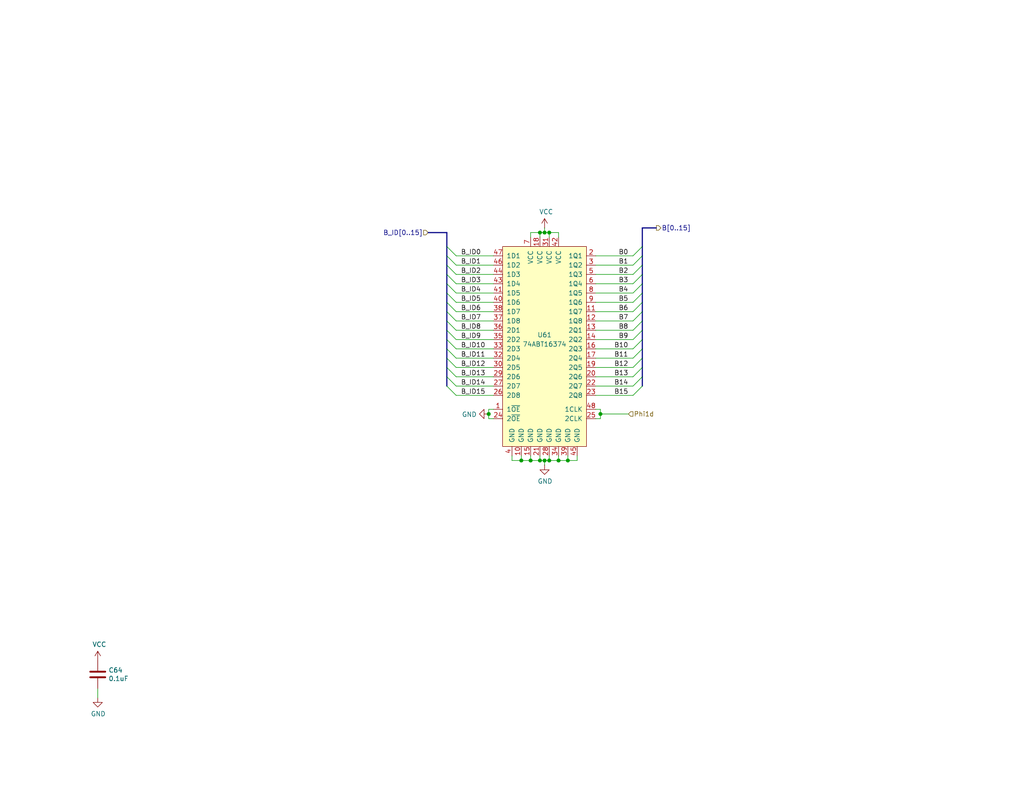
<source format=kicad_sch>
(kicad_sch (version 20250114) (generator "eeschema") (generator_version "9.0")
  (paper "USLetter")
  (title_block (date "2025-07-16") (rev "A"))
  (lib_symbols
    (symbol "Device:C" (pin_numbers (hide yes)) (pin_names (offset 0.254))
      (property "Reference" "C" (at 0.635 2.54 0))
      (property "Value" "C" (at 0.635 -2.54 0))
      (symbol "C_0_1"
        (polyline (pts (xy -2.032 0.762) (xy 2.032 0.762)) (stroke (width 0.508)))
        (polyline (pts (xy -2.032 -0.762) (xy 2.032 -0.762)) (stroke (width 0.508)))
      )
      (symbol "C_1_1"
        (pin passive line (at 0 3.81 270) (length 2.794) (name "~") (number "1"))
        (pin passive line (at 0 -3.81 90) (length 2.794) (name "~") (number "2"))
      )
    )
    (symbol "Turtle16:74ABT16374" (pin_names (offset 1.016))
      (symbol "74ABT16374_0_0"
        (pin input line (at -13.97 21.59 0) (length 2.54) (name "1D1") (number "47"))
        (pin input line (at -13.97 19.05 0) (length 2.54) (name "1D2") (number "46"))
        (pin input line (at -13.97 16.51 0) (length 2.54) (name "1D3") (number "44"))
        (pin input line (at -13.97 13.97 0) (length 2.54) (name "1D4") (number "43"))
        (pin input line (at -13.97 11.43 0) (length 2.54) (name "1D5") (number "41"))
        (pin input line (at -13.97 8.89 0) (length 2.54) (name "1D6") (number "40"))
        (pin input line (at -13.97 6.35 0) (length 2.54) (name "1D7") (number "38"))
        (pin input line (at -13.97 3.81 0) (length 2.54) (name "1D8") (number "37"))
        (pin input line (at -13.97 1.27 0) (length 2.54) (name "2D1") (number "36"))
        (pin input line (at -13.97 -1.27 0) (length 2.54) (name "2D2") (number "35"))
        (pin input line (at -13.97 -3.81 0) (length 2.54) (name "2D3") (number "33"))
        (pin input line (at -13.97 -6.35 0) (length 2.54) (name "2D4") (number "32"))
        (pin input line (at -13.97 -8.89 0) (length 2.54) (name "2D5") (number "30"))
        (pin input line (at -13.97 -11.43 0) (length 2.54) (name "2D6") (number "29"))
        (pin input line (at -13.97 -13.97 0) (length 2.54) (name "2D7") (number "27"))
        (pin input line (at -13.97 -16.51 0) (length 2.54) (name "2D8") (number "26"))
        (pin input line (at -13.97 -20.32 0) (length 2.54) (name "1~{OE}") (number "1"))
        (pin input line (at -13.97 -22.86 0) (length 2.54) (name "2~{OE}") (number "24"))
        (pin power_in line (at -8.89 -33.02 90) (length 2.54) (name "GND") (number "4"))
        (pin power_in line (at -6.35 -33.02 90) (length 2.54) (name "GND") (number "10"))
        (pin power_in line (at -3.81 26.67 270) (length 2.54) (name "VCC") (number "7"))
        (pin power_in line (at -3.81 -33.02 90) (length 2.54) (name "GND") (number "15"))
        (pin power_in line (at -1.27 26.67 270) (length 2.54) (name "VCC") (number "18"))
        (pin power_in line (at -1.27 -33.02 90) (length 2.54) (name "GND") (number "21"))
        (pin power_in line (at 1.27 26.67 270) (length 2.54) (name "VCC") (number "31"))
        (pin power_in line (at 1.27 -33.02 90) (length 2.54) (name "GND") (number "28"))
        (pin power_in line (at 3.81 26.67 270) (length 2.54) (name "VCC") (number "42"))
        (pin power_in line (at 3.81 -33.02 90) (length 2.54) (name "GND") (number "34"))
        (pin power_in line (at 6.35 -33.02 90) (length 2.54) (name "GND") (number "39"))
        (pin power_in line (at 8.89 -33.02 90) (length 2.54) (name "GND") (number "45"))
        (pin tri_state line (at 13.97 21.59 180) (length 2.54) (name "1Q1") (number "2"))
        (pin tri_state line (at 13.97 19.05 180) (length 2.54) (name "1Q2") (number "3"))
        (pin tri_state line (at 13.97 16.51 180) (length 2.54) (name "1Q3") (number "5"))
        (pin tri_state line (at 13.97 13.97 180) (length 2.54) (name "1Q4") (number "6"))
        (pin tri_state line (at 13.97 11.43 180) (length 2.54) (name "1Q5") (number "8"))
        (pin tri_state line (at 13.97 8.89 180) (length 2.54) (name "1Q6") (number "9"))
        (pin tri_state line (at 13.97 6.35 180) (length 2.54) (name "1Q7") (number "11"))
        (pin tri_state line (at 13.97 3.81 180) (length 2.54) (name "1Q8") (number "12"))
        (pin tri_state line (at 13.97 1.27 180) (length 2.54) (name "2Q1") (number "13"))
        (pin tri_state line (at 13.97 -1.27 180) (length 2.54) (name "2Q2") (number "14"))
        (pin tri_state line (at 13.97 -3.81 180) (length 2.54) (name "2Q3") (number "16"))
        (pin tri_state line (at 13.97 -6.35 180) (length 2.54) (name "2Q4") (number "17"))
        (pin tri_state line (at 13.97 -8.89 180) (length 2.54) (name "2Q5") (number "19"))
        (pin tri_state line (at 13.97 -11.43 180) (length 2.54) (name "2Q6") (number "20"))
        (pin tri_state line (at 13.97 -13.97 180) (length 2.54) (name "2Q7") (number "22"))
        (pin tri_state line (at 13.97 -16.51 180) (length 2.54) (name "2Q8") (number "23"))
        (pin input line (at 13.97 -20.32 180) (length 2.54) (name "1CLK") (number "48"))
        (pin input line (at 13.97 -22.86 180) (length 2.54) (name "2CLK") (number "25"))
      )
      (symbol "74ABT16374_0_1"
        (rectangle (start -11.43 24.13) (end 11.43 -30.48) (fill (type background)))
      )
    )
    (symbol "power:GND" (power) (pin_numbers (hide yes)) (pin_names (offset 0) (hide yes))
      (property "Value" "GND" (at 0 -3.81 0))
      (symbol "GND_0_1"
        (polyline (pts (xy 0 0) (xy 0 -1.27) (xy 1.27 -1.27) (xy 0 -2.54) (xy -1.27 -1.27) (xy 0 -1.27)))
      )
      (symbol "GND_1_1"
        (pin power_in line (at 0 0 270) (length 0) (name "~") (number "1"))
      )
    )
    (symbol "power:VCC" (power) (pin_numbers (hide yes)) (pin_names (offset 0) (hide yes))
      (property "Value" "VCC" (at 0 3.556 0))
      (symbol "VCC_0_1"
        (polyline (pts (xy -0.762 1.27) (xy 0 2.54)))
        (polyline (pts (xy 0 2.54) (xy 0.762 1.27)))
        (polyline (pts (xy 0 0) (xy 0 2.54)))
      )
      (symbol "VCC_1_1"
        (pin power_in line (at 0 0 90) (length 0) (name "~") (number "1"))
      )
    )
  )
  (junction (at 152.4 125.73))
  (junction (at 133.35 113.03))
  (junction (at 163.83 113.03))
  (junction (at 149.86 125.73))
  (junction (at 148.59 63.5))
  (junction (at 149.86 63.5))
  (junction (at 144.78 125.73))
  (junction (at 147.32 125.73))
  (junction (at 147.32 63.5))
  (junction (at 142.24 125.73))
  (junction (at 154.94 125.73))
  (junction (at 148.59 125.73))
  (bus_entry (at 175.26 105.41) (size -2.54 2.54))
  (bus_entry (at 121.92 67.31) (size 2.54 2.54))
  (bus_entry (at 175.26 80.01) (size -2.54 2.54))
  (bus_entry (at 175.26 74.93) (size -2.54 2.54))
  (bus_entry (at 121.92 95.25) (size 2.54 2.54))
  (bus_entry (at 121.92 69.85) (size 2.54 2.54))
  (bus_entry (at 175.26 87.63) (size -2.54 2.54))
  (bus_entry (at 175.26 69.85) (size -2.54 2.54))
  (bus_entry (at 175.26 102.87) (size -2.54 2.54))
  (bus_entry (at 121.92 87.63) (size 2.54 2.54))
  (bus_entry (at 121.92 77.47) (size 2.54 2.54))
  (bus_entry (at 175.26 77.47) (size -2.54 2.54))
  (bus_entry (at 121.92 102.87) (size 2.54 2.54))
  (bus_entry (at 121.92 100.33) (size 2.54 2.54))
  (bus_entry (at 121.92 72.39) (size 2.54 2.54))
  (bus_entry (at 121.92 82.55) (size 2.54 2.54))
  (bus_entry (at 175.26 90.17) (size -2.54 2.54))
  (bus_entry (at 175.26 67.31) (size -2.54 2.54))
  (bus_entry (at 121.92 90.17) (size 2.54 2.54))
  (bus_entry (at 175.26 85.09) (size -2.54 2.54))
  (bus_entry (at 121.92 97.79) (size 2.54 2.54))
  (bus_entry (at 121.92 105.41) (size 2.54 2.54))
  (bus_entry (at 175.26 95.25) (size -2.54 2.54))
  (bus_entry (at 175.26 100.33) (size -2.54 2.54))
  (bus_entry (at 175.26 92.71) (size -2.54 2.54))
  (bus_entry (at 175.26 82.55) (size -2.54 2.54))
  (bus_entry (at 175.26 97.79) (size -2.54 2.54))
  (bus_entry (at 121.92 80.01) (size 2.54 2.54))
  (bus_entry (at 175.26 72.39) (size -2.54 2.54))
  (bus_entry (at 121.92 74.93) (size 2.54 2.54))
  (bus_entry (at 121.92 85.09) (size 2.54 2.54))
  (bus_entry (at 121.92 92.71) (size 2.54 2.54))
  (bus (pts (xy 121.92 72.39) (xy 121.92 74.93)))
  (bus (pts (xy 175.26 90.17) (xy 175.26 92.71)))
  (wire (pts (xy 124.46 102.87) (xy 134.62 102.87)))
  (wire (pts (xy 172.72 85.09) (xy 162.56 85.09)))
  (wire (pts (xy 162.56 111.76) (xy 163.83 111.76)))
  (wire (pts (xy 172.72 87.63) (xy 162.56 87.63)))
  (wire (pts (xy 139.7 125.73) (xy 142.24 125.73)))
  (wire (pts (xy 147.32 63.5) (xy 148.59 63.5)))
  (wire (pts (xy 26.67 190.5) (xy 26.67 187.96)))
  (wire (pts (xy 124.46 95.25) (xy 134.62 95.25)))
  (wire (pts (xy 172.72 82.55) (xy 162.56 82.55)))
  (bus (pts (xy 175.26 95.25) (xy 175.26 97.79)))
  (bus (pts (xy 121.92 102.87) (xy 121.92 105.41)))
  (wire (pts (xy 147.32 125.73) (xy 148.59 125.73)))
  (wire (pts (xy 124.46 92.71) (xy 134.62 92.71)))
  (wire (pts (xy 124.46 69.85) (xy 134.62 69.85)))
  (wire (pts (xy 124.46 97.79) (xy 134.62 97.79)))
  (bus (pts (xy 175.26 80.01) (xy 175.26 82.55)))
  (wire (pts (xy 144.78 64.77) (xy 144.78 63.5)))
  (wire (pts (xy 148.59 125.73) (xy 149.86 125.73)))
  (wire (pts (xy 124.46 72.39) (xy 134.62 72.39)))
  (bus (pts (xy 121.92 90.17) (xy 121.92 92.71)))
  (wire (pts (xy 142.24 124.46) (xy 142.24 125.73)))
  (wire (pts (xy 144.78 125.73) (xy 147.32 125.73)))
  (wire (pts (xy 147.32 124.46) (xy 147.32 125.73)))
  (bus (pts (xy 121.92 85.09) (xy 121.92 87.63)))
  (bus (pts (xy 175.26 62.23) (xy 175.26 67.31)))
  (wire (pts (xy 124.46 85.09) (xy 134.62 85.09)))
  (wire (pts (xy 133.35 113.03) (xy 133.35 114.3)))
  (bus (pts (xy 121.92 80.01) (xy 121.92 82.55)))
  (wire (pts (xy 148.59 62.23) (xy 148.59 63.5)))
  (wire (pts (xy 133.35 114.3) (xy 134.62 114.3)))
  (bus (pts (xy 175.26 97.79) (xy 175.26 100.33)))
  (wire (pts (xy 172.72 77.47) (xy 162.56 77.47)))
  (wire (pts (xy 124.46 107.95) (xy 134.62 107.95)))
  (bus (pts (xy 121.92 69.85) (xy 121.92 72.39)))
  (wire (pts (xy 124.46 90.17) (xy 134.62 90.17)))
  (wire (pts (xy 134.62 111.76) (xy 133.35 111.76)))
  (bus (pts (xy 175.26 69.85) (xy 175.26 72.39)))
  (bus (pts (xy 121.92 97.79) (xy 121.92 100.33)))
  (bus (pts (xy 175.26 87.63) (xy 175.26 90.17)))
  (wire (pts (xy 172.72 105.41) (xy 162.56 105.41)))
  (wire (pts (xy 124.46 77.47) (xy 134.62 77.47)))
  (wire (pts (xy 124.46 82.55) (xy 134.62 82.55)))
  (bus (pts (xy 121.92 92.71) (xy 121.92 95.25)))
  (bus (pts (xy 121.92 100.33) (xy 121.92 102.87)))
  (bus (pts (xy 121.92 87.63) (xy 121.92 90.17)))
  (wire (pts (xy 172.72 102.87) (xy 162.56 102.87)))
  (wire (pts (xy 149.86 124.46) (xy 149.86 125.73)))
  (wire (pts (xy 124.46 87.63) (xy 134.62 87.63)))
  (wire (pts (xy 172.72 72.39) (xy 162.56 72.39)))
  (bus (pts (xy 175.26 92.71) (xy 175.26 95.25)))
  (bus (pts (xy 121.92 77.47) (xy 121.92 80.01)))
  (wire (pts (xy 124.46 80.01) (xy 134.62 80.01)))
  (wire (pts (xy 163.83 114.3) (xy 162.56 114.3)))
  (wire (pts (xy 144.78 124.46) (xy 144.78 125.73)))
  (wire (pts (xy 124.46 74.93) (xy 134.62 74.93)))
  (bus (pts (xy 121.92 63.5) (xy 121.92 67.31)))
  (wire (pts (xy 163.83 111.76) (xy 163.83 113.03)))
  (wire (pts (xy 172.72 90.17) (xy 162.56 90.17)))
  (wire (pts (xy 172.72 97.79) (xy 162.56 97.79)))
  (wire (pts (xy 172.72 100.33) (xy 162.56 100.33)))
  (wire (pts (xy 172.72 92.71) (xy 162.56 92.71)))
  (bus (pts (xy 175.26 77.47) (xy 175.26 80.01)))
  (bus (pts (xy 121.92 95.25) (xy 121.92 97.79)))
  (bus (pts (xy 175.26 74.93) (xy 175.26 77.47)))
  (wire (pts (xy 154.94 125.73) (xy 157.48 125.73)))
  (bus (pts (xy 175.26 102.87) (xy 175.26 105.41)))
  (bus (pts (xy 121.92 74.93) (xy 121.92 77.47)))
  (bus (pts (xy 116.84 63.5) (xy 121.92 63.5)))
  (wire (pts (xy 172.72 80.01) (xy 162.56 80.01)))
  (wire (pts (xy 148.59 125.73) (xy 148.59 127)))
  (bus (pts (xy 121.92 82.55) (xy 121.92 85.09)))
  (wire (pts (xy 163.83 113.03) (xy 171.45 113.03)))
  (wire (pts (xy 149.86 63.5) (xy 152.4 63.5)))
  (wire (pts (xy 172.72 95.25) (xy 162.56 95.25)))
  (bus (pts (xy 121.92 67.31) (xy 121.92 69.85)))
  (wire (pts (xy 142.24 125.73) (xy 144.78 125.73)))
  (wire (pts (xy 152.4 63.5) (xy 152.4 64.77)))
  (wire (pts (xy 172.72 69.85) (xy 162.56 69.85)))
  (wire (pts (xy 139.7 124.46) (xy 139.7 125.73)))
  (wire (pts (xy 149.86 64.77) (xy 149.86 63.5)))
  (wire (pts (xy 133.35 111.76) (xy 133.35 113.03)))
  (bus (pts (xy 179.07 62.23) (xy 175.26 62.23)))
  (bus (pts (xy 175.26 100.33) (xy 175.26 102.87)))
  (wire (pts (xy 148.59 63.5) (xy 149.86 63.5)))
  (wire (pts (xy 124.46 105.41) (xy 134.62 105.41)))
  (bus (pts (xy 175.26 82.55) (xy 175.26 85.09)))
  (bus (pts (xy 175.26 67.31) (xy 175.26 69.85)))
  (wire (pts (xy 172.72 107.95) (xy 162.56 107.95)))
  (wire (pts (xy 152.4 124.46) (xy 152.4 125.73)))
  (wire (pts (xy 144.78 63.5) (xy 147.32 63.5)))
  (wire (pts (xy 152.4 125.73) (xy 154.94 125.73)))
  (wire (pts (xy 163.83 113.03) (xy 163.83 114.3)))
  (bus (pts (xy 175.26 72.39) (xy 175.26 74.93)))
  (wire (pts (xy 149.86 125.73) (xy 152.4 125.73)))
  (wire (pts (xy 172.72 74.93) (xy 162.56 74.93)))
  (wire (pts (xy 154.94 124.46) (xy 154.94 125.73)))
  (wire (pts (xy 124.46 100.33) (xy 134.62 100.33)))
  (wire (pts (xy 157.48 125.73) (xy 157.48 124.46)))
  (bus (pts (xy 175.26 85.09) (xy 175.26 87.63)))
  (wire (pts (xy 147.32 64.77) (xy 147.32 63.5)))
  (label "B5" (at 171.45 82.55 180))
  (label "B3" (at 171.45 77.47 180))
  (label "B4" (at 171.45 80.01 180))
  (label "B10" (at 171.45 95.25 180))
  (label "B_ID14" (at 125.73 105.41 0))
  (label "B2" (at 171.45 74.93 180))
  (label "B1" (at 171.45 72.39 180))
  (label "B6" (at 171.45 85.09 180))
  (label "B_ID9" (at 125.73 92.71 0))
  (label "B_ID0" (at 125.73 69.85 0))
  (label "B8" (at 171.45 90.17 180))
  (label "B15" (at 171.45 107.95 180))
  (label "B_ID7" (at 125.73 87.63 0))
  (label "B_ID11" (at 125.73 97.79 0))
  (label "B_ID2" (at 125.73 74.93 0))
  (label "B_ID3" (at 125.73 77.47 0))
  (label "B12" (at 171.45 100.33 180))
  (label "B_ID15" (at 125.73 107.95 0))
  (label "B_ID5" (at 125.73 82.55 0))
  (label "B14" (at 171.45 105.41 180))
  (label "B_ID1" (at 125.73 72.39 0))
  (label "B_ID13" (at 125.73 102.87 0))
  (label "B_ID4" (at 125.73 80.01 0))
  (label "B11" (at 171.45 97.79 180))
  (label "B13" (at 171.45 102.87 180))
  (label "B0" (at 171.45 69.85 180))
  (label "B_ID6" (at 125.73 85.09 0))
  (label "B7" (at 171.45 87.63 180))
  (label "B9" (at 171.45 92.71 180))
  (label "B_ID12" (at 125.73 100.33 0))
  (label "B_ID8" (at 125.73 90.17 0))
  (label "B_ID10" (at 125.73 95.25 0))
  (hierarchical_label "B_ID[0..15]" (shape input) (at 116.84 63.5 180))
  (hierarchical_label "Phi1d" (shape input) (at 171.45 113.03 0))
  (hierarchical_label "B[0..15]" (shape output) (at 179.07 62.23 0))
  (symbol (lib_id "Device:C") (at 26.67 184.15 0) (unit 1)
    (property "Reference" "C64" (at 29.591 182.9816 0) (effects (justify left)))
    (property "Value" "0.1uF" (at 29.591 185.293 0) (effects (justify left)))
    (property "Footprint" "Capacitor_SMD:C_0603_1608Metric" (effects (hide yes)))
    (property "Datasheet" "https://www.mouser.com/datasheet/2/396/taiyo_yuden_12132018_mlcc11_hq_e-1510082.pdf" (effects (hide yes)))
    (property "Manufacturer" "Taiyo Yuden" (effects (hide yes)))
    (property "Manufacturer#" "EMK107B7104KAHT" (effects (hide yes)))
    (property "Mouser#" "963-EMK107B7104KAHT" (effects (hide yes)))
    (property "Digikey#" "587-6004-1-ND" (effects (hide yes)))
  )
  (symbol (lib_id "power:VCC") (at 26.67 180.34 0) (unit 1)
    (property "Reference" "#PWR0375" (effects (hide yes)))
    (property "Value" "VCC" (at 27.1018 175.9458 0))
    (property "Description" "Power symbol creates a global label with name \"VCC\"" (effects (hide yes)))
  )
  (symbol (lib_id "power:GND") (at 26.67 190.5 0) (unit 1)
    (property "Reference" "#PWR0376" (effects (hide yes)))
    (property "Value" "GND" (at 26.797 194.8942 0))
    (property "Description" "Power symbol creates a global label with name \"GND\" , ground" (effects (hide yes)))
  )
  (symbol (lib_id "power:GND") (at 133.35 113.03 270) (unit 1)
    (property "Reference" "#PWR0377" (effects (hide yes)))
    (property "Value" "GND" (at 130.0988 113.157 90) (effects (justify right)))
    (property "Description" "Power symbol creates a global label with name \"GND\" , ground" (effects (hide yes)))
  )
  (symbol (lib_id "power:VCC") (at 148.59 62.23 0) (unit 1)
    (property "Reference" "#PWR0378" (effects (hide yes)))
    (property "Value" "VCC" (at 149.0218 57.8358 0))
    (property "Description" "Power symbol creates a global label with name \"VCC\"" (effects (hide yes)))
  )
  (symbol (lib_id "power:GND") (at 148.59 127 0) (unit 1)
    (property "Reference" "#PWR0379" (effects (hide yes)))
    (property "Value" "GND" (at 148.717 131.3942 0))
    (property "Description" "Power symbol creates a global label with name \"GND\" , ground" (effects (hide yes)))
  )
  (symbol (lib_id "Turtle16:74ABT16374") (at 148.59 91.44 0) (unit 1)
    (property "Reference" "U61" (at 148.59 91.44 0))
    (property "Value" "74ABT16374" (at 148.59 93.98 0))
    (property "Footprint" "Package_SO:TSSOP-48_6.1x12.5mm_P0.5mm" (effects (hide yes)))
    (property "Datasheet" "https://www.ti.com/general/docs/suppproductinfo.tsp?distId=26&gotoUrl=https://www.ti.com/lit/gpn/sn74abt16374a" (effects (hide yes)))
    (property "Manufacturer" "Texas Instruments" (effects (hide yes)))
    (property "Manufacturer#" "SN74ABT16374ADGGR" (effects (hide yes)))
    (property "Mouser#" "595-SNABT16374ADGGR" (effects (hide yes)))
    (property "Digikey#" "296-3900-1-ND" (effects (hide yes)))
  )
)
</source>
